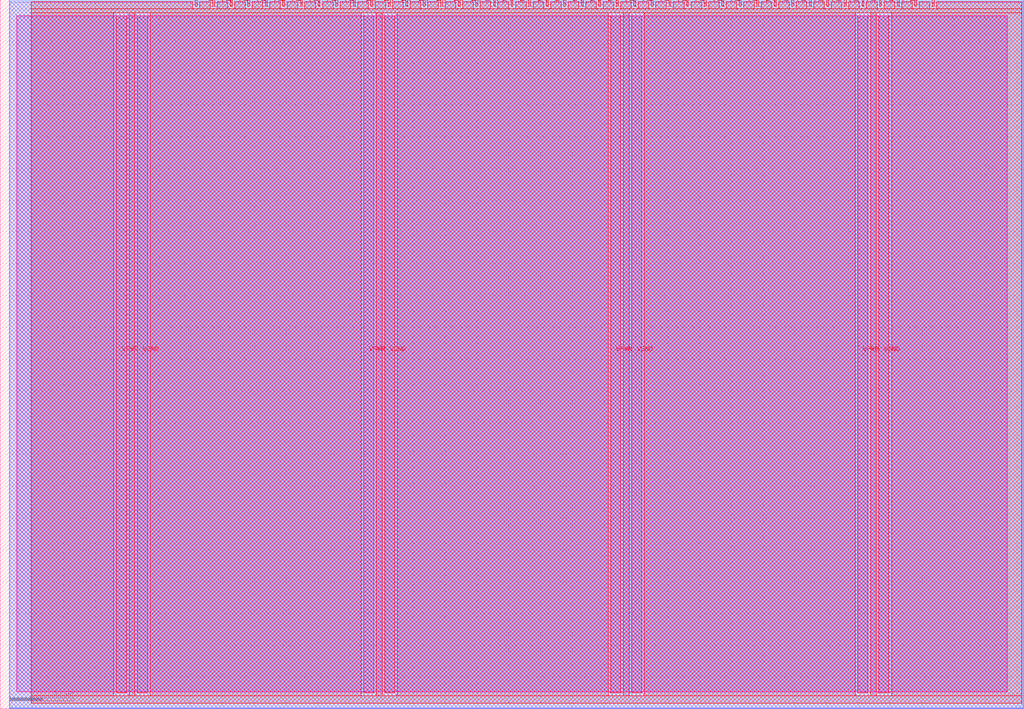
<source format=lef>
VERSION 5.7 ;
  NOWIREEXTENSIONATPIN ON ;
  DIVIDERCHAR "/" ;
  BUSBITCHARS "[]" ;
MACRO tt_um_rebeccargb_tt09ball_screensaver
  CLASS BLOCK ;
  FOREIGN tt_um_rebeccargb_tt09ball_screensaver ;
  ORIGIN 0.000 0.000 ;
  SIZE 161.000 BY 111.520 ;
  PIN VGND
    DIRECTION INOUT ;
    USE GROUND ;
    PORT
      LAYER met4 ;
        RECT 21.580 2.480 23.180 109.040 ;
    END
    PORT
      LAYER met4 ;
        RECT 60.450 2.480 62.050 109.040 ;
    END
    PORT
      LAYER met4 ;
        RECT 99.320 2.480 100.920 109.040 ;
    END
    PORT
      LAYER met4 ;
        RECT 138.190 2.480 139.790 109.040 ;
    END
  END VGND
  PIN VPWR
    DIRECTION INOUT ;
    USE POWER ;
    PORT
      LAYER met4 ;
        RECT 18.280 2.480 19.880 109.040 ;
    END
    PORT
      LAYER met4 ;
        RECT 57.150 2.480 58.750 109.040 ;
    END
    PORT
      LAYER met4 ;
        RECT 96.020 2.480 97.620 109.040 ;
    END
    PORT
      LAYER met4 ;
        RECT 134.890 2.480 136.490 109.040 ;
    END
  END VPWR
  PIN clk
    DIRECTION INPUT ;
    USE SIGNAL ;
    ANTENNAGATEAREA 0.852000 ;
    PORT
      LAYER met4 ;
        RECT 143.830 110.520 144.130 111.520 ;
    END
  END clk
  PIN ena
    DIRECTION INPUT ;
    USE SIGNAL ;
    PORT
      LAYER met4 ;
        RECT 146.590 110.520 146.890 111.520 ;
    END
  END ena
  PIN rst_n
    DIRECTION INPUT ;
    USE SIGNAL ;
    ANTENNAGATEAREA 0.631200 ;
    ANTENNADIFFAREA 0.434700 ;
    PORT
      LAYER met4 ;
        RECT 141.070 110.520 141.370 111.520 ;
    END
  END rst_n
  PIN ui_in[0]
    DIRECTION INPUT ;
    USE SIGNAL ;
    ANTENNAGATEAREA 0.631200 ;
    ANTENNADIFFAREA 0.434700 ;
    PORT
      LAYER met4 ;
        RECT 138.310 110.520 138.610 111.520 ;
    END
  END ui_in[0]
  PIN ui_in[1]
    DIRECTION INPUT ;
    USE SIGNAL ;
    ANTENNAGATEAREA 0.647700 ;
    ANTENNADIFFAREA 0.434700 ;
    PORT
      LAYER met4 ;
        RECT 135.550 110.520 135.850 111.520 ;
    END
  END ui_in[1]
  PIN ui_in[2]
    DIRECTION INPUT ;
    USE SIGNAL ;
    PORT
      LAYER met4 ;
        RECT 132.790 110.520 133.090 111.520 ;
    END
  END ui_in[2]
  PIN ui_in[3]
    DIRECTION INPUT ;
    USE SIGNAL ;
    PORT
      LAYER met4 ;
        RECT 130.030 110.520 130.330 111.520 ;
    END
  END ui_in[3]
  PIN ui_in[4]
    DIRECTION INPUT ;
    USE SIGNAL ;
    ANTENNAGATEAREA 0.631200 ;
    ANTENNADIFFAREA 0.434700 ;
    PORT
      LAYER met4 ;
        RECT 127.270 110.520 127.570 111.520 ;
    END
  END ui_in[4]
  PIN ui_in[5]
    DIRECTION INPUT ;
    USE SIGNAL ;
    ANTENNAGATEAREA 0.631200 ;
    ANTENNADIFFAREA 0.434700 ;
    PORT
      LAYER met4 ;
        RECT 124.510 110.520 124.810 111.520 ;
    END
  END ui_in[5]
  PIN ui_in[6]
    DIRECTION INPUT ;
    USE SIGNAL ;
    ANTENNAGATEAREA 0.196500 ;
    PORT
      LAYER met4 ;
        RECT 121.750 110.520 122.050 111.520 ;
    END
  END ui_in[6]
  PIN ui_in[7]
    DIRECTION INPUT ;
    USE SIGNAL ;
    PORT
      LAYER met4 ;
        RECT 118.990 110.520 119.290 111.520 ;
    END
  END ui_in[7]
  PIN uio_in[0]
    DIRECTION INPUT ;
    USE SIGNAL ;
    PORT
      LAYER met4 ;
        RECT 116.230 110.520 116.530 111.520 ;
    END
  END uio_in[0]
  PIN uio_in[1]
    DIRECTION INPUT ;
    USE SIGNAL ;
    PORT
      LAYER met4 ;
        RECT 113.470 110.520 113.770 111.520 ;
    END
  END uio_in[1]
  PIN uio_in[2]
    DIRECTION INPUT ;
    USE SIGNAL ;
    PORT
      LAYER met4 ;
        RECT 110.710 110.520 111.010 111.520 ;
    END
  END uio_in[2]
  PIN uio_in[3]
    DIRECTION INPUT ;
    USE SIGNAL ;
    PORT
      LAYER met4 ;
        RECT 107.950 110.520 108.250 111.520 ;
    END
  END uio_in[3]
  PIN uio_in[4]
    DIRECTION INPUT ;
    USE SIGNAL ;
    PORT
      LAYER met4 ;
        RECT 105.190 110.520 105.490 111.520 ;
    END
  END uio_in[4]
  PIN uio_in[5]
    DIRECTION INPUT ;
    USE SIGNAL ;
    PORT
      LAYER met4 ;
        RECT 102.430 110.520 102.730 111.520 ;
    END
  END uio_in[5]
  PIN uio_in[6]
    DIRECTION INPUT ;
    USE SIGNAL ;
    PORT
      LAYER met4 ;
        RECT 99.670 110.520 99.970 111.520 ;
    END
  END uio_in[6]
  PIN uio_in[7]
    DIRECTION INPUT ;
    USE SIGNAL ;
    PORT
      LAYER met4 ;
        RECT 96.910 110.520 97.210 111.520 ;
    END
  END uio_in[7]
  PIN uio_oe[0]
    DIRECTION OUTPUT ;
    USE SIGNAL ;
    PORT
      LAYER met4 ;
        RECT 49.990 110.520 50.290 111.520 ;
    END
  END uio_oe[0]
  PIN uio_oe[1]
    DIRECTION OUTPUT ;
    USE SIGNAL ;
    PORT
      LAYER met4 ;
        RECT 47.230 110.520 47.530 111.520 ;
    END
  END uio_oe[1]
  PIN uio_oe[2]
    DIRECTION OUTPUT ;
    USE SIGNAL ;
    PORT
      LAYER met4 ;
        RECT 44.470 110.520 44.770 111.520 ;
    END
  END uio_oe[2]
  PIN uio_oe[3]
    DIRECTION OUTPUT ;
    USE SIGNAL ;
    PORT
      LAYER met4 ;
        RECT 41.710 110.520 42.010 111.520 ;
    END
  END uio_oe[3]
  PIN uio_oe[4]
    DIRECTION OUTPUT ;
    USE SIGNAL ;
    PORT
      LAYER met4 ;
        RECT 38.950 110.520 39.250 111.520 ;
    END
  END uio_oe[4]
  PIN uio_oe[5]
    DIRECTION OUTPUT ;
    USE SIGNAL ;
    PORT
      LAYER met4 ;
        RECT 36.190 110.520 36.490 111.520 ;
    END
  END uio_oe[5]
  PIN uio_oe[6]
    DIRECTION OUTPUT ;
    USE SIGNAL ;
    PORT
      LAYER met4 ;
        RECT 33.430 110.520 33.730 111.520 ;
    END
  END uio_oe[6]
  PIN uio_oe[7]
    DIRECTION OUTPUT ;
    USE SIGNAL ;
    PORT
      LAYER met4 ;
        RECT 30.670 110.520 30.970 111.520 ;
    END
  END uio_oe[7]
  PIN uio_out[0]
    DIRECTION OUTPUT ;
    USE SIGNAL ;
    PORT
      LAYER met4 ;
        RECT 72.070 110.520 72.370 111.520 ;
    END
  END uio_out[0]
  PIN uio_out[1]
    DIRECTION OUTPUT ;
    USE SIGNAL ;
    PORT
      LAYER met4 ;
        RECT 69.310 110.520 69.610 111.520 ;
    END
  END uio_out[1]
  PIN uio_out[2]
    DIRECTION OUTPUT ;
    USE SIGNAL ;
    PORT
      LAYER met4 ;
        RECT 66.550 110.520 66.850 111.520 ;
    END
  END uio_out[2]
  PIN uio_out[3]
    DIRECTION OUTPUT ;
    USE SIGNAL ;
    PORT
      LAYER met4 ;
        RECT 63.790 110.520 64.090 111.520 ;
    END
  END uio_out[3]
  PIN uio_out[4]
    DIRECTION OUTPUT ;
    USE SIGNAL ;
    PORT
      LAYER met4 ;
        RECT 61.030 110.520 61.330 111.520 ;
    END
  END uio_out[4]
  PIN uio_out[5]
    DIRECTION OUTPUT ;
    USE SIGNAL ;
    PORT
      LAYER met4 ;
        RECT 58.270 110.520 58.570 111.520 ;
    END
  END uio_out[5]
  PIN uio_out[6]
    DIRECTION OUTPUT ;
    USE SIGNAL ;
    PORT
      LAYER met4 ;
        RECT 55.510 110.520 55.810 111.520 ;
    END
  END uio_out[6]
  PIN uio_out[7]
    DIRECTION OUTPUT ;
    USE SIGNAL ;
    PORT
      LAYER met4 ;
        RECT 52.750 110.520 53.050 111.520 ;
    END
  END uio_out[7]
  PIN uo_out[0]
    DIRECTION OUTPUT ;
    USE SIGNAL ;
    ANTENNADIFFAREA 0.445500 ;
    PORT
      LAYER met4 ;
        RECT 94.150 110.520 94.450 111.520 ;
    END
  END uo_out[0]
  PIN uo_out[1]
    DIRECTION OUTPUT ;
    USE SIGNAL ;
    ANTENNADIFFAREA 0.445500 ;
    PORT
      LAYER met4 ;
        RECT 91.390 110.520 91.690 111.520 ;
    END
  END uo_out[1]
  PIN uo_out[2]
    DIRECTION OUTPUT ;
    USE SIGNAL ;
    ANTENNADIFFAREA 0.445500 ;
    PORT
      LAYER met4 ;
        RECT 88.630 110.520 88.930 111.520 ;
    END
  END uo_out[2]
  PIN uo_out[3]
    DIRECTION OUTPUT ;
    USE SIGNAL ;
    ANTENNADIFFAREA 0.445500 ;
    PORT
      LAYER met4 ;
        RECT 85.870 110.520 86.170 111.520 ;
    END
  END uo_out[3]
  PIN uo_out[4]
    DIRECTION OUTPUT ;
    USE SIGNAL ;
    ANTENNADIFFAREA 0.445500 ;
    PORT
      LAYER met4 ;
        RECT 83.110 110.520 83.410 111.520 ;
    END
  END uo_out[4]
  PIN uo_out[5]
    DIRECTION OUTPUT ;
    USE SIGNAL ;
    ANTENNADIFFAREA 0.445500 ;
    PORT
      LAYER met4 ;
        RECT 80.350 110.520 80.650 111.520 ;
    END
  END uo_out[5]
  PIN uo_out[6]
    DIRECTION OUTPUT ;
    USE SIGNAL ;
    ANTENNAGATEAREA 0.159000 ;
    ANTENNADIFFAREA 0.445500 ;
    PORT
      LAYER met4 ;
        RECT 77.590 110.520 77.890 111.520 ;
    END
  END uo_out[6]
  PIN uo_out[7]
    DIRECTION OUTPUT ;
    USE SIGNAL ;
    ANTENNADIFFAREA 0.445500 ;
    PORT
      LAYER met4 ;
        RECT 74.830 110.520 75.130 111.520 ;
    END
  END uo_out[7]
  OBS
      LAYER nwell ;
        RECT 2.570 2.635 158.430 108.990 ;
      LAYER li1 ;
        RECT 2.760 2.635 158.240 108.885 ;
      LAYER met1 ;
        RECT 1.450 0.040 160.930 111.140 ;
      LAYER met2 ;
        RECT 1.470 0.010 160.900 111.365 ;
      LAYER met3 ;
        RECT 1.445 0.175 160.730 111.345 ;
      LAYER met4 ;
        RECT 4.895 110.120 30.270 111.170 ;
        RECT 31.370 110.120 33.030 111.170 ;
        RECT 34.130 110.120 35.790 111.170 ;
        RECT 36.890 110.120 38.550 111.170 ;
        RECT 39.650 110.120 41.310 111.170 ;
        RECT 42.410 110.120 44.070 111.170 ;
        RECT 45.170 110.120 46.830 111.170 ;
        RECT 47.930 110.120 49.590 111.170 ;
        RECT 50.690 110.120 52.350 111.170 ;
        RECT 53.450 110.120 55.110 111.170 ;
        RECT 56.210 110.120 57.870 111.170 ;
        RECT 58.970 110.120 60.630 111.170 ;
        RECT 61.730 110.120 63.390 111.170 ;
        RECT 64.490 110.120 66.150 111.170 ;
        RECT 67.250 110.120 68.910 111.170 ;
        RECT 70.010 110.120 71.670 111.170 ;
        RECT 72.770 110.120 74.430 111.170 ;
        RECT 75.530 110.120 77.190 111.170 ;
        RECT 78.290 110.120 79.950 111.170 ;
        RECT 81.050 110.120 82.710 111.170 ;
        RECT 83.810 110.120 85.470 111.170 ;
        RECT 86.570 110.120 88.230 111.170 ;
        RECT 89.330 110.120 90.990 111.170 ;
        RECT 92.090 110.120 93.750 111.170 ;
        RECT 94.850 110.120 96.510 111.170 ;
        RECT 97.610 110.120 99.270 111.170 ;
        RECT 100.370 110.120 102.030 111.170 ;
        RECT 103.130 110.120 104.790 111.170 ;
        RECT 105.890 110.120 107.550 111.170 ;
        RECT 108.650 110.120 110.310 111.170 ;
        RECT 111.410 110.120 113.070 111.170 ;
        RECT 114.170 110.120 115.830 111.170 ;
        RECT 116.930 110.120 118.590 111.170 ;
        RECT 119.690 110.120 121.350 111.170 ;
        RECT 122.450 110.120 124.110 111.170 ;
        RECT 125.210 110.120 126.870 111.170 ;
        RECT 127.970 110.120 129.630 111.170 ;
        RECT 130.730 110.120 132.390 111.170 ;
        RECT 133.490 110.120 135.150 111.170 ;
        RECT 136.250 110.120 137.910 111.170 ;
        RECT 139.010 110.120 140.670 111.170 ;
        RECT 141.770 110.120 143.430 111.170 ;
        RECT 144.530 110.120 146.190 111.170 ;
        RECT 147.290 110.120 160.705 111.170 ;
        RECT 4.895 109.440 160.705 110.120 ;
        RECT 4.895 2.080 17.880 109.440 ;
        RECT 20.280 2.080 21.180 109.440 ;
        RECT 23.580 2.080 56.750 109.440 ;
        RECT 59.150 2.080 60.050 109.440 ;
        RECT 62.450 2.080 95.620 109.440 ;
        RECT 98.020 2.080 98.920 109.440 ;
        RECT 101.320 2.080 134.490 109.440 ;
        RECT 136.890 2.080 137.790 109.440 ;
        RECT 140.190 2.080 160.705 109.440 ;
        RECT 4.895 0.855 160.705 2.080 ;
  END
END tt_um_rebeccargb_tt09ball_screensaver
END LIBRARY


</source>
